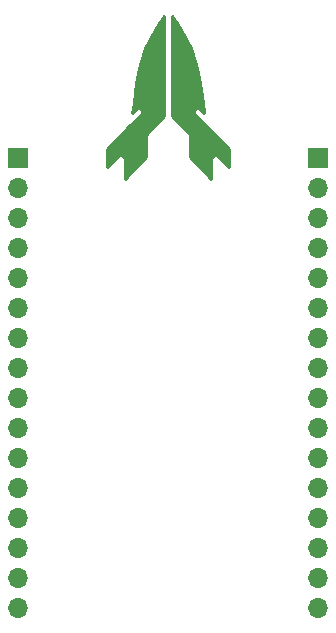
<source format=gbs>
G04 #@! TF.FileFunction,Soldermask,Bot*
%FSLAX46Y46*%
G04 Gerber Fmt 4.6, Leading zero omitted, Abs format (unit mm)*
G04 Created by KiCad (PCBNEW 4.0.7) date 07/20/18 18:28:50*
%MOMM*%
%LPD*%
G01*
G04 APERTURE LIST*
%ADD10C,0.100000*%
%ADD11R,1.700000X1.700000*%
%ADD12O,1.700000X1.700000*%
%ADD13C,0.254000*%
G04 APERTURE END LIST*
D10*
D11*
X87300000Y-86450000D03*
D12*
X87300000Y-88990000D03*
X87300000Y-91530000D03*
X87300000Y-94070000D03*
X87300000Y-96610000D03*
X87300000Y-99150000D03*
X87300000Y-101690000D03*
X87300000Y-104230000D03*
X87300000Y-106770000D03*
X87300000Y-109310000D03*
X87300000Y-111850000D03*
X87300000Y-114390000D03*
X87300000Y-116930000D03*
X87300000Y-119470000D03*
X87300000Y-122010000D03*
X87300000Y-124550000D03*
D11*
X112700000Y-86450000D03*
D12*
X112700000Y-88990000D03*
X112700000Y-91530000D03*
X112700000Y-94070000D03*
X112700000Y-96610000D03*
X112700000Y-99150000D03*
X112700000Y-101690000D03*
X112700000Y-104230000D03*
X112700000Y-106770000D03*
X112700000Y-109310000D03*
X112700000Y-111850000D03*
X112700000Y-114390000D03*
X112700000Y-116930000D03*
X112700000Y-119470000D03*
X112700000Y-122010000D03*
X112700000Y-124550000D03*
D13*
G36*
X100734395Y-74990820D02*
X101468623Y-76211225D01*
X101941150Y-77156279D01*
X102426457Y-78849902D01*
X102674794Y-80101523D01*
X102924277Y-81817961D01*
X102924276Y-81817961D01*
X103040394Y-82630788D01*
X102739803Y-82330197D01*
X102710211Y-82308180D01*
X102580211Y-82238180D01*
X102531963Y-82223565D01*
X102489198Y-82226792D01*
X102369198Y-82256792D01*
X102310197Y-82290197D01*
X102240197Y-82360197D01*
X102206792Y-82419198D01*
X102176792Y-82539198D01*
X102174515Y-82589560D01*
X102186408Y-82626796D01*
X102246408Y-82746796D01*
X102270197Y-82779803D01*
X105173000Y-85682606D01*
X105173000Y-87263394D01*
X104219803Y-86310197D01*
X104200447Y-86294330D01*
X104170447Y-86274330D01*
X104156796Y-86266408D01*
X104116796Y-86246408D01*
X104080879Y-86234728D01*
X104020879Y-86224728D01*
X103979121Y-86224728D01*
X103919121Y-86234728D01*
X103883204Y-86246408D01*
X103843204Y-86266408D01*
X103829553Y-86274330D01*
X103799553Y-86294330D01*
X103780197Y-86310197D01*
X103750197Y-86340197D01*
X103726408Y-86373204D01*
X103696408Y-86433204D01*
X103685466Y-86465093D01*
X103675466Y-86515093D01*
X103673000Y-86540000D01*
X103673000Y-88263394D01*
X101827000Y-86417394D01*
X101827000Y-84530000D01*
X101823208Y-84499198D01*
X101813208Y-84459198D01*
X101810483Y-84449839D01*
X101800483Y-84419839D01*
X101785670Y-84389553D01*
X101765670Y-84359553D01*
X101749803Y-84340197D01*
X100327000Y-82917394D01*
X100327000Y-74443383D01*
X100734395Y-74990820D01*
X100734395Y-74990820D01*
G37*
X100734395Y-74990820D02*
X101468623Y-76211225D01*
X101941150Y-77156279D01*
X102426457Y-78849902D01*
X102674794Y-80101523D01*
X102924277Y-81817961D01*
X102924276Y-81817961D01*
X103040394Y-82630788D01*
X102739803Y-82330197D01*
X102710211Y-82308180D01*
X102580211Y-82238180D01*
X102531963Y-82223565D01*
X102489198Y-82226792D01*
X102369198Y-82256792D01*
X102310197Y-82290197D01*
X102240197Y-82360197D01*
X102206792Y-82419198D01*
X102176792Y-82539198D01*
X102174515Y-82589560D01*
X102186408Y-82626796D01*
X102246408Y-82746796D01*
X102270197Y-82779803D01*
X105173000Y-85682606D01*
X105173000Y-87263394D01*
X104219803Y-86310197D01*
X104200447Y-86294330D01*
X104170447Y-86274330D01*
X104156796Y-86266408D01*
X104116796Y-86246408D01*
X104080879Y-86234728D01*
X104020879Y-86224728D01*
X103979121Y-86224728D01*
X103919121Y-86234728D01*
X103883204Y-86246408D01*
X103843204Y-86266408D01*
X103829553Y-86274330D01*
X103799553Y-86294330D01*
X103780197Y-86310197D01*
X103750197Y-86340197D01*
X103726408Y-86373204D01*
X103696408Y-86433204D01*
X103685466Y-86465093D01*
X103675466Y-86515093D01*
X103673000Y-86540000D01*
X103673000Y-88263394D01*
X101827000Y-86417394D01*
X101827000Y-84530000D01*
X101823208Y-84499198D01*
X101813208Y-84459198D01*
X101810483Y-84449839D01*
X101800483Y-84419839D01*
X101785670Y-84389553D01*
X101765670Y-84359553D01*
X101749803Y-84340197D01*
X100327000Y-82917394D01*
X100327000Y-74443383D01*
X100734395Y-74990820D01*
G36*
X99673000Y-82917394D02*
X98250197Y-84340197D01*
X98234330Y-84359553D01*
X98214330Y-84389553D01*
X98199517Y-84419839D01*
X98189517Y-84449839D01*
X98186792Y-84459198D01*
X98176792Y-84499198D01*
X98173000Y-84530000D01*
X98173000Y-86417394D01*
X96327000Y-88263394D01*
X96327000Y-86540000D01*
X96324534Y-86515093D01*
X96314534Y-86465093D01*
X96303592Y-86433204D01*
X96273592Y-86373204D01*
X96249803Y-86340197D01*
X96219803Y-86310197D01*
X96200447Y-86294330D01*
X96170447Y-86274330D01*
X96156796Y-86266408D01*
X96116796Y-86246408D01*
X96080879Y-86234728D01*
X96020879Y-86224728D01*
X95979121Y-86224728D01*
X95919121Y-86234728D01*
X95883204Y-86246408D01*
X95843204Y-86266408D01*
X95829553Y-86274330D01*
X95799553Y-86294330D01*
X95780197Y-86310197D01*
X94827000Y-87263394D01*
X94827000Y-85682509D01*
X96714698Y-83789908D01*
X97729581Y-82780024D01*
X97753592Y-82746796D01*
X97813592Y-82626796D01*
X97826740Y-82578128D01*
X97823208Y-82539198D01*
X97793208Y-82419198D01*
X97759803Y-82360197D01*
X97689803Y-82290197D01*
X97630802Y-82256792D01*
X97510802Y-82226792D01*
X97460440Y-82224515D01*
X97419789Y-82238180D01*
X97289789Y-82308180D01*
X97260197Y-82330197D01*
X96959606Y-82630788D01*
X97075724Y-81817961D01*
X97075723Y-81817961D01*
X97325206Y-80101523D01*
X97573543Y-78849902D01*
X98058850Y-77156279D01*
X98531377Y-76211225D01*
X99265605Y-74990820D01*
X99673000Y-74443383D01*
X99673000Y-82917394D01*
X99673000Y-82917394D01*
G37*
X99673000Y-82917394D02*
X98250197Y-84340197D01*
X98234330Y-84359553D01*
X98214330Y-84389553D01*
X98199517Y-84419839D01*
X98189517Y-84449839D01*
X98186792Y-84459198D01*
X98176792Y-84499198D01*
X98173000Y-84530000D01*
X98173000Y-86417394D01*
X96327000Y-88263394D01*
X96327000Y-86540000D01*
X96324534Y-86515093D01*
X96314534Y-86465093D01*
X96303592Y-86433204D01*
X96273592Y-86373204D01*
X96249803Y-86340197D01*
X96219803Y-86310197D01*
X96200447Y-86294330D01*
X96170447Y-86274330D01*
X96156796Y-86266408D01*
X96116796Y-86246408D01*
X96080879Y-86234728D01*
X96020879Y-86224728D01*
X95979121Y-86224728D01*
X95919121Y-86234728D01*
X95883204Y-86246408D01*
X95843204Y-86266408D01*
X95829553Y-86274330D01*
X95799553Y-86294330D01*
X95780197Y-86310197D01*
X94827000Y-87263394D01*
X94827000Y-85682509D01*
X96714698Y-83789908D01*
X97729581Y-82780024D01*
X97753592Y-82746796D01*
X97813592Y-82626796D01*
X97826740Y-82578128D01*
X97823208Y-82539198D01*
X97793208Y-82419198D01*
X97759803Y-82360197D01*
X97689803Y-82290197D01*
X97630802Y-82256792D01*
X97510802Y-82226792D01*
X97460440Y-82224515D01*
X97419789Y-82238180D01*
X97289789Y-82308180D01*
X97260197Y-82330197D01*
X96959606Y-82630788D01*
X97075724Y-81817961D01*
X97075723Y-81817961D01*
X97325206Y-80101523D01*
X97573543Y-78849902D01*
X98058850Y-77156279D01*
X98531377Y-76211225D01*
X99265605Y-74990820D01*
X99673000Y-74443383D01*
X99673000Y-82917394D01*
M02*

</source>
